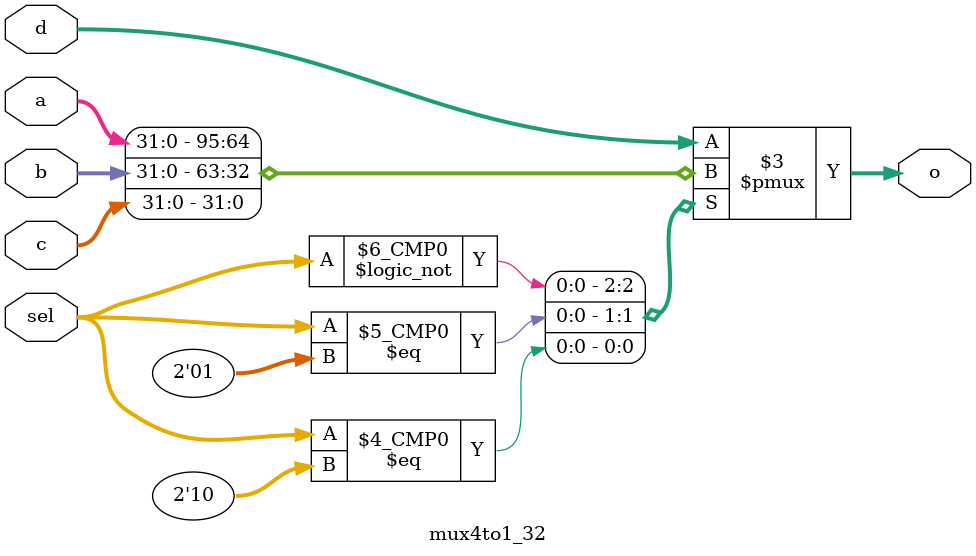
<source format=v>
`timescale 1ns / 1ps
module mux4to1_32(
input wire[1:0] sel,
input wire[31:0] a,
input wire[31:0] b,
input wire[31:0] c,
input wire[31:0] d,

output reg[31:0] o
    );

always@*begin
	case(sel)
	0: o <= a;
	1: o <= b;
	2: o <= c;
	default: o <= d;
	endcase
end

endmodule

</source>
